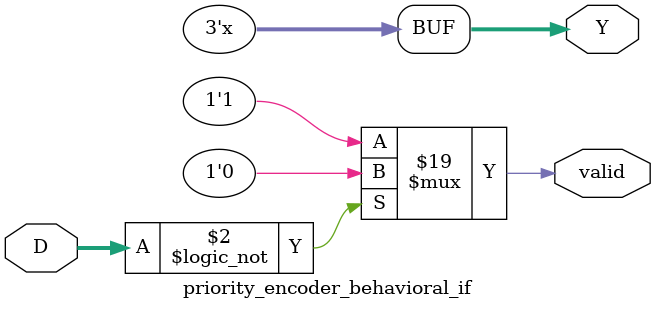
<source format=v>
module priority_encoder_behavioral_if (
  input  wire [7:0] D,
  output reg  [2:0] Y,
    output reg  valid
);

always @(*) begin
  if (D == 8'b00000000) begin
        valid = 1'b0;
        Y = 3'bxxx;
    end
    else begin
        valid = 1'b1;
        casez (D)
            8'b1???????: out = 3'b111;
            8'b01??????: out = 3'b110;
            8'b001?????: out = 3'b101;
            8'b0001????: out = 3'b100;
            8'b00001???: out = 3'b011;
            8'b000001??: out = 3'b010;
            8'b0000001?: out = 3'b001;
            8'b00000001: out = 3'b000;
            default:     out = 3'bxxx;
        endcase
    end
end

endmodule

</source>
